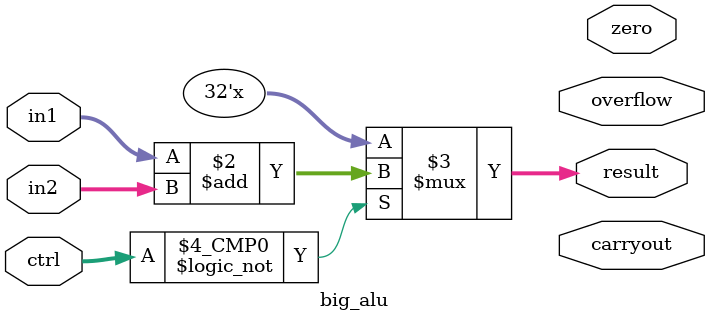
<source format=v>
module if_alu(in, out);
	input[31:0] in;
	output[31:0] out;

	assign out = in + 4;
endmodule

// big alu

module big_alu(in1, in2, ctrl, zero, carryout, overflow, result);
	input[31:0] in1, in2;
	input[2:0] ctrl;
	output reg [31:0] result;
	output zero, carryout, overflow;

	localparam 	ADD = 3'd0,
				SUB = 3'd1,
				XOR = 3'd2,
				SLT = 3'd3,
				AND = 3'd4,
				NAND = 3'd5,
				NOR = 3'd6,
				OR = 3'd7;

	always @(ctrl) begin
		case(ctrl)
			ADD: begin
			result <= in1 + in2; // add overflow?
			end
		endcase
	end

endmodule
</source>
